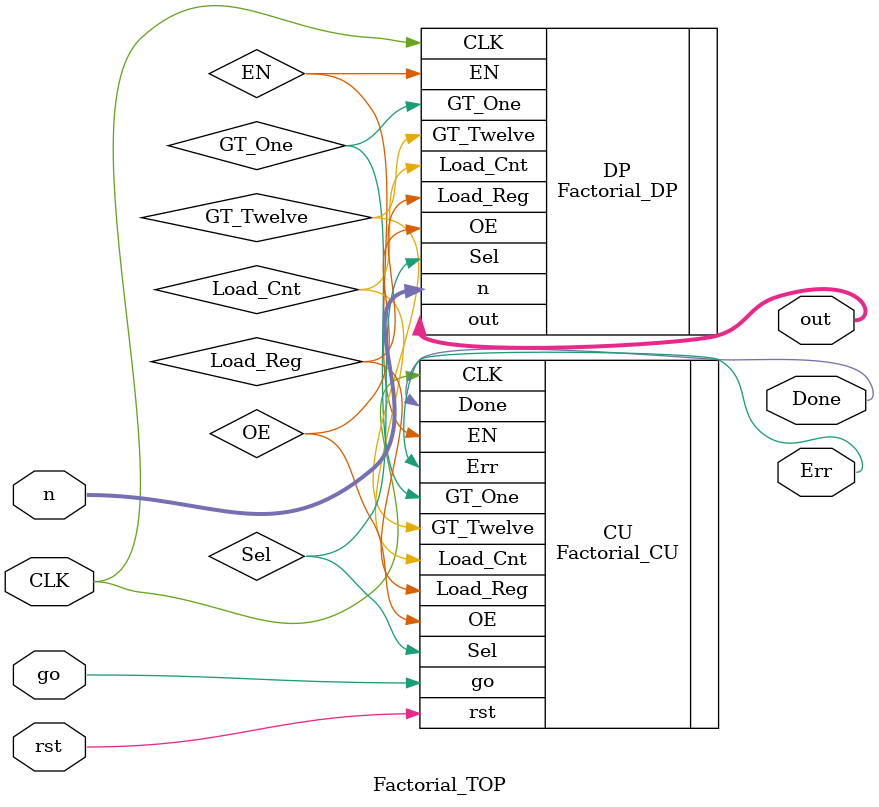
<source format=v>
`timescale 1ns / 1ps

module Factorial_TOP(
        input [31:0] n,
        input go, CLK, rst,
        output Done, Err, 
        output [31:0] out
    );
    
    wire Sel, Load_Reg, Load_Cnt, OE, EN, GT_One, GT_Twelve;
    
    Factorial_DP DP (
        .n (n),
        .Sel (Sel),
        .Load_Reg (Load_Reg),
        .Load_Cnt (Load_Cnt),
        .OE (OE),
        .EN (EN),
        .CLK (CLK),
        .GT_One (GT_One),
        .GT_Twelve (GT_Twelve),
        .out (out)
    );
    
    Factorial_CU CU (
        .go (go), 
        .rst (rst),
        .Sel (Sel),
        .Load_Reg (Load_Reg),
        .Load_Cnt (Load_Cnt),
        .OE (OE),
        .EN (EN),
        .GT_One (GT_One),
        .GT_Twelve (GT_Twelve),
        .Done (Done),
        .Err (Err),
        .CLK (CLK)
    );
endmodule

</source>
